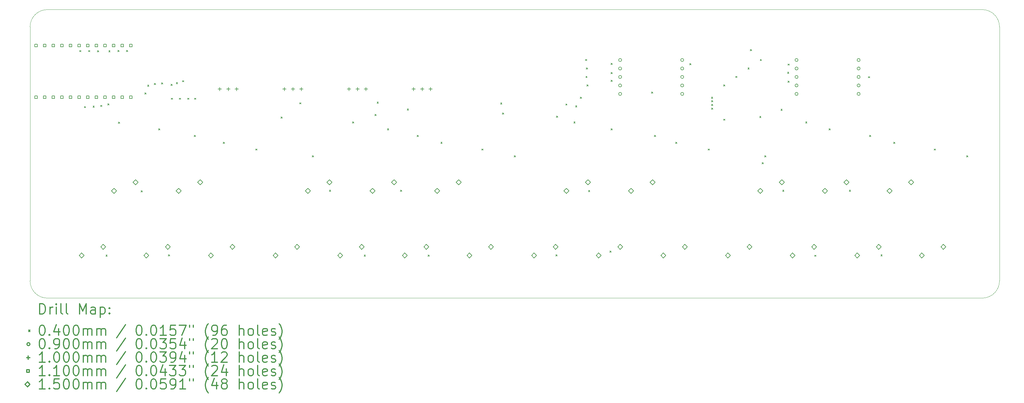
<source format=gbr>
%FSLAX45Y45*%
G04 Gerber Fmt 4.5, Leading zero omitted, Abs format (unit mm)*
G04 Created by KiCad (PCBNEW (5.1.10)-1) date 2021-09-29 18:40:03*
%MOMM*%
%LPD*%
G01*
G04 APERTURE LIST*
%TA.AperFunction,Profile*%
%ADD10C,0.050000*%
%TD*%
%ADD11C,0.200000*%
%ADD12C,0.300000*%
G04 APERTURE END LIST*
D10*
X29210000Y-5397500D02*
X29210000Y-5461000D01*
X29210000Y-5080000D02*
X29210000Y-5397500D01*
X635000Y-5080000D02*
X635000Y-5461000D01*
X28702000Y-4572000D02*
X1143000Y-4572000D01*
X635000Y-5080000D02*
G75*
G02*
X1143000Y-4572000I508000J0D01*
G01*
X29210000Y-5461000D02*
X29210000Y-5969000D01*
X635000Y-12573000D02*
X635000Y-5461000D01*
X29210000Y-12573000D02*
X29210000Y-5969000D01*
X1143000Y-13081000D02*
X28702000Y-13081000D01*
X28702000Y-4572000D02*
G75*
G02*
X29210000Y-5080000I0J-508000D01*
G01*
X29210000Y-12573000D02*
G75*
G02*
X28702000Y-13081000I-508000J0D01*
G01*
X1143000Y-13081000D02*
G75*
G02*
X635000Y-12573000I0J508000D01*
G01*
D11*
X2095000Y-5775000D02*
X2135000Y-5815000D01*
X2135000Y-5775000D02*
X2095000Y-5815000D01*
X2235000Y-7427500D02*
X2275000Y-7467500D01*
X2275000Y-7427500D02*
X2235000Y-7467500D01*
X2357500Y-5775000D02*
X2397500Y-5815000D01*
X2397500Y-5775000D02*
X2357500Y-5815000D01*
X2490000Y-7412500D02*
X2530000Y-7452500D01*
X2530000Y-7412500D02*
X2490000Y-7452500D01*
X2620000Y-5777500D02*
X2660000Y-5817500D01*
X2660000Y-5777500D02*
X2620000Y-5817500D01*
X2715000Y-7392500D02*
X2755000Y-7432500D01*
X2755000Y-7392500D02*
X2715000Y-7432500D01*
X2870000Y-11807500D02*
X2910000Y-11847500D01*
X2910000Y-11807500D02*
X2870000Y-11847500D01*
X2927500Y-7347500D02*
X2967500Y-7387500D01*
X2967500Y-7347500D02*
X2927500Y-7387500D01*
X2955000Y-5780000D02*
X2995000Y-5820000D01*
X2995000Y-5780000D02*
X2955000Y-5820000D01*
X3222500Y-5772500D02*
X3262500Y-5812500D01*
X3262500Y-5772500D02*
X3222500Y-5812500D01*
X3238500Y-7889000D02*
X3278500Y-7929000D01*
X3278500Y-7889000D02*
X3238500Y-7929000D01*
X3472500Y-5772500D02*
X3512500Y-5812500D01*
X3512500Y-5772500D02*
X3472500Y-5812500D01*
X3905000Y-9910000D02*
X3945000Y-9950000D01*
X3945000Y-9910000D02*
X3905000Y-9950000D01*
X4020000Y-7022500D02*
X4060000Y-7062500D01*
X4060000Y-7022500D02*
X4020000Y-7062500D01*
X4097500Y-6797500D02*
X4137500Y-6837500D01*
X4137500Y-6797500D02*
X4097500Y-6837500D01*
X4297500Y-6747500D02*
X4337500Y-6787500D01*
X4337500Y-6747500D02*
X4297500Y-6787500D01*
X4425000Y-8080000D02*
X4465000Y-8120000D01*
X4465000Y-8080000D02*
X4425000Y-8120000D01*
X4510000Y-6725000D02*
X4550000Y-6765000D01*
X4550000Y-6725000D02*
X4510000Y-6765000D01*
X4712500Y-11802500D02*
X4752500Y-11842500D01*
X4752500Y-11802500D02*
X4712500Y-11842500D01*
X4785000Y-6772500D02*
X4825000Y-6812500D01*
X4825000Y-6772500D02*
X4785000Y-6812500D01*
X4797500Y-7180000D02*
X4837500Y-7220000D01*
X4837500Y-7180000D02*
X4797500Y-7220000D01*
X4945000Y-6722500D02*
X4985000Y-6762500D01*
X4985000Y-6722500D02*
X4945000Y-6762500D01*
X5035000Y-7180000D02*
X5075000Y-7220000D01*
X5075000Y-7180000D02*
X5035000Y-7220000D01*
X5125000Y-6665000D02*
X5165000Y-6705000D01*
X5165000Y-6665000D02*
X5125000Y-6705000D01*
X5277500Y-7180000D02*
X5317500Y-7220000D01*
X5317500Y-7180000D02*
X5277500Y-7220000D01*
X5475000Y-8280000D02*
X5515000Y-8320000D01*
X5515000Y-8280000D02*
X5475000Y-8320000D01*
X5482500Y-7180000D02*
X5522500Y-7220000D01*
X5522500Y-7180000D02*
X5482500Y-7220000D01*
X6330000Y-8480000D02*
X6370000Y-8520000D01*
X6370000Y-8480000D02*
X6330000Y-8520000D01*
X7282500Y-8680000D02*
X7322500Y-8720000D01*
X7322500Y-8680000D02*
X7282500Y-8720000D01*
X8030000Y-7735000D02*
X8070000Y-7775000D01*
X8070000Y-7735000D02*
X8030000Y-7775000D01*
X8580000Y-7317500D02*
X8620000Y-7357500D01*
X8620000Y-7317500D02*
X8580000Y-7357500D01*
X8953500Y-8880000D02*
X8993500Y-8920000D01*
X8993500Y-8880000D02*
X8953500Y-8920000D01*
X9457500Y-9892500D02*
X9497500Y-9932500D01*
X9497500Y-9892500D02*
X9457500Y-9932500D01*
X10140000Y-7880000D02*
X10180000Y-7920000D01*
X10180000Y-7880000D02*
X10140000Y-7920000D01*
X10482500Y-11805000D02*
X10522500Y-11845000D01*
X10522500Y-11805000D02*
X10482500Y-11845000D01*
X10800000Y-7660000D02*
X10840000Y-7700000D01*
X10840000Y-7660000D02*
X10800000Y-7700000D01*
X10862500Y-7297500D02*
X10902500Y-7337500D01*
X10902500Y-7297500D02*
X10862500Y-7337500D01*
X11167500Y-8080000D02*
X11207500Y-8120000D01*
X11207500Y-8080000D02*
X11167500Y-8120000D01*
X11552500Y-9892500D02*
X11592500Y-9932500D01*
X11592500Y-9892500D02*
X11552500Y-9932500D01*
X11752500Y-7500000D02*
X11792500Y-7540000D01*
X11792500Y-7500000D02*
X11752500Y-7540000D01*
X12045000Y-8280000D02*
X12085000Y-8320000D01*
X12085000Y-8280000D02*
X12045000Y-8320000D01*
X12365000Y-11805000D02*
X12405000Y-11845000D01*
X12405000Y-11805000D02*
X12365000Y-11845000D01*
X12742500Y-8480000D02*
X12782500Y-8520000D01*
X12782500Y-8480000D02*
X12742500Y-8520000D01*
X13950000Y-8680000D02*
X13990000Y-8720000D01*
X13990000Y-8680000D02*
X13950000Y-8720000D01*
X14502500Y-7322500D02*
X14542500Y-7362500D01*
X14542500Y-7322500D02*
X14502500Y-7362500D01*
X14560000Y-7617500D02*
X14600000Y-7657500D01*
X14600000Y-7617500D02*
X14560000Y-7657500D01*
X14902500Y-8880000D02*
X14942500Y-8920000D01*
X14942500Y-8880000D02*
X14902500Y-8920000D01*
X16130000Y-11800000D02*
X16170000Y-11840000D01*
X16170000Y-11800000D02*
X16130000Y-11840000D01*
X16147500Y-7712500D02*
X16187500Y-7752500D01*
X16187500Y-7712500D02*
X16147500Y-7752500D01*
X16425000Y-7350000D02*
X16465000Y-7390000D01*
X16465000Y-7350000D02*
X16425000Y-7390000D01*
X16662500Y-7880000D02*
X16702500Y-7920000D01*
X16702500Y-7880000D02*
X16662500Y-7920000D01*
X16712500Y-7407500D02*
X16752500Y-7447500D01*
X16752500Y-7407500D02*
X16712500Y-7447500D01*
X16855000Y-7150000D02*
X16895000Y-7190000D01*
X16895000Y-7150000D02*
X16855000Y-7190000D01*
X17005000Y-6038500D02*
X17045000Y-6078500D01*
X17045000Y-6038500D02*
X17005000Y-6078500D01*
X17017500Y-6538500D02*
X17057500Y-6578500D01*
X17057500Y-6538500D02*
X17017500Y-6578500D01*
X17027500Y-6288500D02*
X17067500Y-6328500D01*
X17067500Y-6288500D02*
X17027500Y-6328500D01*
X17047500Y-6788500D02*
X17087500Y-6828500D01*
X17087500Y-6788500D02*
X17047500Y-6828500D01*
X17095000Y-9900000D02*
X17135000Y-9940000D01*
X17135000Y-9900000D02*
X17095000Y-9940000D01*
X17727500Y-11690000D02*
X17767500Y-11730000D01*
X17767500Y-11690000D02*
X17727500Y-11730000D01*
X17757500Y-6650000D02*
X17797500Y-6690000D01*
X17797500Y-6650000D02*
X17757500Y-6690000D01*
X17760000Y-6150000D02*
X17800000Y-6190000D01*
X17800000Y-6150000D02*
X17760000Y-6190000D01*
X17760000Y-6425000D02*
X17800000Y-6465000D01*
X17800000Y-6425000D02*
X17760000Y-6465000D01*
X17760000Y-8080000D02*
X17800000Y-8120000D01*
X17800000Y-8080000D02*
X17760000Y-8120000D01*
X18950000Y-6997500D02*
X18990000Y-7037500D01*
X18990000Y-6997500D02*
X18950000Y-7037500D01*
X19035000Y-8280000D02*
X19075000Y-8320000D01*
X19075000Y-8280000D02*
X19035000Y-8320000D01*
X19665000Y-8480000D02*
X19705000Y-8520000D01*
X19705000Y-8480000D02*
X19665000Y-8520000D01*
X20080000Y-6162500D02*
X20120000Y-6202500D01*
X20120000Y-6162500D02*
X20080000Y-6202500D01*
X20617500Y-8680000D02*
X20657500Y-8720000D01*
X20657500Y-8680000D02*
X20617500Y-8720000D01*
X20716750Y-7149250D02*
X20756750Y-7189250D01*
X20756750Y-7149250D02*
X20716750Y-7189250D01*
X20720400Y-7360400D02*
X20760400Y-7400400D01*
X20760400Y-7360400D02*
X20720400Y-7400400D01*
X20721750Y-7251750D02*
X20761750Y-7291750D01*
X20761750Y-7251750D02*
X20721750Y-7291750D01*
X20721750Y-7474250D02*
X20761750Y-7514250D01*
X20761750Y-7474250D02*
X20721750Y-7514250D01*
X21077500Y-6788500D02*
X21117500Y-6828500D01*
X21117500Y-6788500D02*
X21077500Y-6828500D01*
X21080000Y-7800000D02*
X21120000Y-7840000D01*
X21120000Y-7800000D02*
X21080000Y-7840000D01*
X21435000Y-6538500D02*
X21475000Y-6578500D01*
X21475000Y-6538500D02*
X21435000Y-6578500D01*
X21794000Y-6288500D02*
X21834000Y-6328500D01*
X21834000Y-6288500D02*
X21794000Y-6328500D01*
X21862500Y-5745000D02*
X21902500Y-5785000D01*
X21902500Y-5745000D02*
X21862500Y-5785000D01*
X22140000Y-7721005D02*
X22180000Y-7761005D01*
X22180000Y-7721005D02*
X22140000Y-7761005D01*
X22157500Y-6038500D02*
X22197500Y-6078500D01*
X22197500Y-6038500D02*
X22157500Y-6078500D01*
X22215000Y-9082500D02*
X22255000Y-9122500D01*
X22255000Y-9082500D02*
X22215000Y-9122500D01*
X22288500Y-8880000D02*
X22328500Y-8920000D01*
X22328500Y-8880000D02*
X22288500Y-8920000D01*
X22767500Y-7510000D02*
X22807500Y-7550000D01*
X22807500Y-7510000D02*
X22767500Y-7550000D01*
X22817500Y-9892500D02*
X22857500Y-9932500D01*
X22857500Y-9892500D02*
X22817500Y-9932500D01*
X22962500Y-6415000D02*
X23002500Y-6455000D01*
X23002500Y-6415000D02*
X22962500Y-6455000D01*
X22972500Y-6172500D02*
X23012500Y-6212500D01*
X23012500Y-6172500D02*
X22972500Y-6212500D01*
X22975000Y-6680000D02*
X23015000Y-6720000D01*
X23015000Y-6680000D02*
X22975000Y-6720000D01*
X23495000Y-7880000D02*
X23535000Y-7920000D01*
X23535000Y-7880000D02*
X23495000Y-7920000D01*
X23762500Y-11812500D02*
X23802500Y-11852500D01*
X23802500Y-11812500D02*
X23762500Y-11852500D01*
X24187500Y-8080000D02*
X24227500Y-8120000D01*
X24227500Y-8080000D02*
X24187500Y-8120000D01*
X24782500Y-9895000D02*
X24822500Y-9935000D01*
X24822500Y-9895000D02*
X24782500Y-9935000D01*
X25345000Y-6545000D02*
X25385000Y-6585000D01*
X25385000Y-6545000D02*
X25345000Y-6585000D01*
X25380000Y-8280000D02*
X25420000Y-8320000D01*
X25420000Y-8280000D02*
X25380000Y-8320000D01*
X25712500Y-11800000D02*
X25752500Y-11840000D01*
X25752500Y-11800000D02*
X25712500Y-11840000D01*
X26092500Y-8480000D02*
X26132500Y-8520000D01*
X26132500Y-8480000D02*
X26092500Y-8520000D01*
X27285000Y-8680000D02*
X27325000Y-8720000D01*
X27325000Y-8680000D02*
X27285000Y-8720000D01*
X28237500Y-8880000D02*
X28277500Y-8920000D01*
X28277500Y-8880000D02*
X28237500Y-8920000D01*
X18072500Y-6058500D02*
G75*
G03*
X18072500Y-6058500I-45000J0D01*
G01*
X18072500Y-6308500D02*
G75*
G03*
X18072500Y-6308500I-45000J0D01*
G01*
X18072500Y-6558500D02*
G75*
G03*
X18072500Y-6558500I-45000J0D01*
G01*
X18072500Y-6808500D02*
G75*
G03*
X18072500Y-6808500I-45000J0D01*
G01*
X18072500Y-7058500D02*
G75*
G03*
X18072500Y-7058500I-45000J0D01*
G01*
X19902500Y-6058500D02*
G75*
G03*
X19902500Y-6058500I-45000J0D01*
G01*
X19902500Y-6308500D02*
G75*
G03*
X19902500Y-6308500I-45000J0D01*
G01*
X19902500Y-6558500D02*
G75*
G03*
X19902500Y-6558500I-45000J0D01*
G01*
X19902500Y-6808500D02*
G75*
G03*
X19902500Y-6808500I-45000J0D01*
G01*
X19902500Y-7058500D02*
G75*
G03*
X19902500Y-7058500I-45000J0D01*
G01*
X23272500Y-6058500D02*
G75*
G03*
X23272500Y-6058500I-45000J0D01*
G01*
X23272500Y-6308500D02*
G75*
G03*
X23272500Y-6308500I-45000J0D01*
G01*
X23272500Y-6558500D02*
G75*
G03*
X23272500Y-6558500I-45000J0D01*
G01*
X23272500Y-6808500D02*
G75*
G03*
X23272500Y-6808500I-45000J0D01*
G01*
X23272500Y-7058500D02*
G75*
G03*
X23272500Y-7058500I-45000J0D01*
G01*
X25102500Y-6058500D02*
G75*
G03*
X25102500Y-6058500I-45000J0D01*
G01*
X25102500Y-6308500D02*
G75*
G03*
X25102500Y-6308500I-45000J0D01*
G01*
X25102500Y-6558500D02*
G75*
G03*
X25102500Y-6558500I-45000J0D01*
G01*
X25102500Y-6808500D02*
G75*
G03*
X25102500Y-6808500I-45000J0D01*
G01*
X25102500Y-7058500D02*
G75*
G03*
X25102500Y-7058500I-45000J0D01*
G01*
X6227500Y-6863500D02*
X6227500Y-6963500D01*
X6177500Y-6913500D02*
X6277500Y-6913500D01*
X6477500Y-6863500D02*
X6477500Y-6963500D01*
X6427500Y-6913500D02*
X6527500Y-6913500D01*
X6727500Y-6863500D02*
X6727500Y-6963500D01*
X6677500Y-6913500D02*
X6777500Y-6913500D01*
X8132500Y-6863500D02*
X8132500Y-6963500D01*
X8082500Y-6913500D02*
X8182500Y-6913500D01*
X8382500Y-6863500D02*
X8382500Y-6963500D01*
X8332500Y-6913500D02*
X8432500Y-6913500D01*
X8632500Y-6863500D02*
X8632500Y-6963500D01*
X8582500Y-6913500D02*
X8682500Y-6913500D01*
X10037500Y-6863500D02*
X10037500Y-6963500D01*
X9987500Y-6913500D02*
X10087500Y-6913500D01*
X10287500Y-6863500D02*
X10287500Y-6963500D01*
X10237500Y-6913500D02*
X10337500Y-6913500D01*
X10537500Y-6863500D02*
X10537500Y-6963500D01*
X10487500Y-6913500D02*
X10587500Y-6913500D01*
X11942500Y-6863500D02*
X11942500Y-6963500D01*
X11892500Y-6913500D02*
X11992500Y-6913500D01*
X12192500Y-6863500D02*
X12192500Y-6963500D01*
X12142500Y-6913500D02*
X12242500Y-6913500D01*
X12442500Y-6863500D02*
X12442500Y-6963500D01*
X12392500Y-6913500D02*
X12492500Y-6913500D01*
X852391Y-5669891D02*
X852391Y-5592109D01*
X774609Y-5592109D01*
X774609Y-5669891D01*
X852391Y-5669891D01*
X852391Y-7193891D02*
X852391Y-7116109D01*
X774609Y-7116109D01*
X774609Y-7193891D01*
X852391Y-7193891D01*
X1106391Y-5669891D02*
X1106391Y-5592109D01*
X1028609Y-5592109D01*
X1028609Y-5669891D01*
X1106391Y-5669891D01*
X1106391Y-7193891D02*
X1106391Y-7116109D01*
X1028609Y-7116109D01*
X1028609Y-7193891D01*
X1106391Y-7193891D01*
X1360391Y-5669891D02*
X1360391Y-5592109D01*
X1282609Y-5592109D01*
X1282609Y-5669891D01*
X1360391Y-5669891D01*
X1360391Y-7193891D02*
X1360391Y-7116109D01*
X1282609Y-7116109D01*
X1282609Y-7193891D01*
X1360391Y-7193891D01*
X1614391Y-5669891D02*
X1614391Y-5592109D01*
X1536609Y-5592109D01*
X1536609Y-5669891D01*
X1614391Y-5669891D01*
X1614391Y-7193891D02*
X1614391Y-7116109D01*
X1536609Y-7116109D01*
X1536609Y-7193891D01*
X1614391Y-7193891D01*
X1868391Y-5669891D02*
X1868391Y-5592109D01*
X1790609Y-5592109D01*
X1790609Y-5669891D01*
X1868391Y-5669891D01*
X1868391Y-7193891D02*
X1868391Y-7116109D01*
X1790609Y-7116109D01*
X1790609Y-7193891D01*
X1868391Y-7193891D01*
X2122391Y-5669891D02*
X2122391Y-5592109D01*
X2044609Y-5592109D01*
X2044609Y-5669891D01*
X2122391Y-5669891D01*
X2122391Y-7193891D02*
X2122391Y-7116109D01*
X2044609Y-7116109D01*
X2044609Y-7193891D01*
X2122391Y-7193891D01*
X2376391Y-5669891D02*
X2376391Y-5592109D01*
X2298609Y-5592109D01*
X2298609Y-5669891D01*
X2376391Y-5669891D01*
X2376391Y-7193891D02*
X2376391Y-7116109D01*
X2298609Y-7116109D01*
X2298609Y-7193891D01*
X2376391Y-7193891D01*
X2630391Y-5669891D02*
X2630391Y-5592109D01*
X2552609Y-5592109D01*
X2552609Y-5669891D01*
X2630391Y-5669891D01*
X2630391Y-7193891D02*
X2630391Y-7116109D01*
X2552609Y-7116109D01*
X2552609Y-7193891D01*
X2630391Y-7193891D01*
X2884391Y-5669891D02*
X2884391Y-5592109D01*
X2806609Y-5592109D01*
X2806609Y-5669891D01*
X2884391Y-5669891D01*
X2884391Y-7193891D02*
X2884391Y-7116109D01*
X2806609Y-7116109D01*
X2806609Y-7193891D01*
X2884391Y-7193891D01*
X3138391Y-5669891D02*
X3138391Y-5592109D01*
X3060609Y-5592109D01*
X3060609Y-5669891D01*
X3138391Y-5669891D01*
X3138391Y-7193891D02*
X3138391Y-7116109D01*
X3060609Y-7116109D01*
X3060609Y-7193891D01*
X3138391Y-7193891D01*
X3392391Y-5669891D02*
X3392391Y-5592109D01*
X3314609Y-5592109D01*
X3314609Y-5669891D01*
X3392391Y-5669891D01*
X3392391Y-7193891D02*
X3392391Y-7116109D01*
X3314609Y-7116109D01*
X3314609Y-7193891D01*
X3392391Y-7193891D01*
X3646391Y-5669891D02*
X3646391Y-5592109D01*
X3568609Y-5592109D01*
X3568609Y-5669891D01*
X3646391Y-5669891D01*
X3646391Y-7193891D02*
X3646391Y-7116109D01*
X3568609Y-7116109D01*
X3568609Y-7193891D01*
X3646391Y-7193891D01*
X2157500Y-11896000D02*
X2232500Y-11821000D01*
X2157500Y-11746000D01*
X2082500Y-11821000D01*
X2157500Y-11896000D01*
X2792500Y-11642000D02*
X2867500Y-11567000D01*
X2792500Y-11492000D01*
X2717500Y-11567000D01*
X2792500Y-11642000D01*
X3110000Y-9991000D02*
X3185000Y-9916000D01*
X3110000Y-9841000D01*
X3035000Y-9916000D01*
X3110000Y-9991000D01*
X3745000Y-9737000D02*
X3820000Y-9662000D01*
X3745000Y-9587000D01*
X3670000Y-9662000D01*
X3745000Y-9737000D01*
X4062500Y-11896000D02*
X4137500Y-11821000D01*
X4062500Y-11746000D01*
X3987500Y-11821000D01*
X4062500Y-11896000D01*
X4697500Y-11642000D02*
X4772500Y-11567000D01*
X4697500Y-11492000D01*
X4622500Y-11567000D01*
X4697500Y-11642000D01*
X5015000Y-9991000D02*
X5090000Y-9916000D01*
X5015000Y-9841000D01*
X4940000Y-9916000D01*
X5015000Y-9991000D01*
X5650000Y-9737000D02*
X5725000Y-9662000D01*
X5650000Y-9587000D01*
X5575000Y-9662000D01*
X5650000Y-9737000D01*
X5967500Y-11896000D02*
X6042500Y-11821000D01*
X5967500Y-11746000D01*
X5892500Y-11821000D01*
X5967500Y-11896000D01*
X6602500Y-11642000D02*
X6677500Y-11567000D01*
X6602500Y-11492000D01*
X6527500Y-11567000D01*
X6602500Y-11642000D01*
X7872500Y-11896000D02*
X7947500Y-11821000D01*
X7872500Y-11746000D01*
X7797500Y-11821000D01*
X7872500Y-11896000D01*
X8507500Y-11642000D02*
X8582500Y-11567000D01*
X8507500Y-11492000D01*
X8432500Y-11567000D01*
X8507500Y-11642000D01*
X8825000Y-9991000D02*
X8900000Y-9916000D01*
X8825000Y-9841000D01*
X8750000Y-9916000D01*
X8825000Y-9991000D01*
X9460000Y-9737000D02*
X9535000Y-9662000D01*
X9460000Y-9587000D01*
X9385000Y-9662000D01*
X9460000Y-9737000D01*
X9777500Y-11896000D02*
X9852500Y-11821000D01*
X9777500Y-11746000D01*
X9702500Y-11821000D01*
X9777500Y-11896000D01*
X10412500Y-11642000D02*
X10487500Y-11567000D01*
X10412500Y-11492000D01*
X10337500Y-11567000D01*
X10412500Y-11642000D01*
X10730000Y-9991000D02*
X10805000Y-9916000D01*
X10730000Y-9841000D01*
X10655000Y-9916000D01*
X10730000Y-9991000D01*
X11365000Y-9737000D02*
X11440000Y-9662000D01*
X11365000Y-9587000D01*
X11290000Y-9662000D01*
X11365000Y-9737000D01*
X11682500Y-11896000D02*
X11757500Y-11821000D01*
X11682500Y-11746000D01*
X11607500Y-11821000D01*
X11682500Y-11896000D01*
X12317500Y-11642000D02*
X12392500Y-11567000D01*
X12317500Y-11492000D01*
X12242500Y-11567000D01*
X12317500Y-11642000D01*
X12635000Y-9991000D02*
X12710000Y-9916000D01*
X12635000Y-9841000D01*
X12560000Y-9916000D01*
X12635000Y-9991000D01*
X13270000Y-9737000D02*
X13345000Y-9662000D01*
X13270000Y-9587000D01*
X13195000Y-9662000D01*
X13270000Y-9737000D01*
X13587500Y-11896000D02*
X13662500Y-11821000D01*
X13587500Y-11746000D01*
X13512500Y-11821000D01*
X13587500Y-11896000D01*
X14222500Y-11642000D02*
X14297500Y-11567000D01*
X14222500Y-11492000D01*
X14147500Y-11567000D01*
X14222500Y-11642000D01*
X15492500Y-11896000D02*
X15567500Y-11821000D01*
X15492500Y-11746000D01*
X15417500Y-11821000D01*
X15492500Y-11896000D01*
X16127500Y-11642000D02*
X16202500Y-11567000D01*
X16127500Y-11492000D01*
X16052500Y-11567000D01*
X16127500Y-11642000D01*
X16445000Y-9991000D02*
X16520000Y-9916000D01*
X16445000Y-9841000D01*
X16370000Y-9916000D01*
X16445000Y-9991000D01*
X17080000Y-9737000D02*
X17155000Y-9662000D01*
X17080000Y-9587000D01*
X17005000Y-9662000D01*
X17080000Y-9737000D01*
X17397500Y-11896000D02*
X17472500Y-11821000D01*
X17397500Y-11746000D01*
X17322500Y-11821000D01*
X17397500Y-11896000D01*
X18032500Y-11642000D02*
X18107500Y-11567000D01*
X18032500Y-11492000D01*
X17957500Y-11567000D01*
X18032500Y-11642000D01*
X18350000Y-9991000D02*
X18425000Y-9916000D01*
X18350000Y-9841000D01*
X18275000Y-9916000D01*
X18350000Y-9991000D01*
X18985000Y-9737000D02*
X19060000Y-9662000D01*
X18985000Y-9587000D01*
X18910000Y-9662000D01*
X18985000Y-9737000D01*
X19302500Y-11896000D02*
X19377500Y-11821000D01*
X19302500Y-11746000D01*
X19227500Y-11821000D01*
X19302500Y-11896000D01*
X19937500Y-11642000D02*
X20012500Y-11567000D01*
X19937500Y-11492000D01*
X19862500Y-11567000D01*
X19937500Y-11642000D01*
X21207500Y-11896000D02*
X21282500Y-11821000D01*
X21207500Y-11746000D01*
X21132500Y-11821000D01*
X21207500Y-11896000D01*
X21842500Y-11642000D02*
X21917500Y-11567000D01*
X21842500Y-11492000D01*
X21767500Y-11567000D01*
X21842500Y-11642000D01*
X22160000Y-9991000D02*
X22235000Y-9916000D01*
X22160000Y-9841000D01*
X22085000Y-9916000D01*
X22160000Y-9991000D01*
X22795000Y-9737000D02*
X22870000Y-9662000D01*
X22795000Y-9587000D01*
X22720000Y-9662000D01*
X22795000Y-9737000D01*
X23112500Y-11896000D02*
X23187500Y-11821000D01*
X23112500Y-11746000D01*
X23037500Y-11821000D01*
X23112500Y-11896000D01*
X23747500Y-11642000D02*
X23822500Y-11567000D01*
X23747500Y-11492000D01*
X23672500Y-11567000D01*
X23747500Y-11642000D01*
X24065000Y-9991000D02*
X24140000Y-9916000D01*
X24065000Y-9841000D01*
X23990000Y-9916000D01*
X24065000Y-9991000D01*
X24700000Y-9737000D02*
X24775000Y-9662000D01*
X24700000Y-9587000D01*
X24625000Y-9662000D01*
X24700000Y-9737000D01*
X25017500Y-11896000D02*
X25092500Y-11821000D01*
X25017500Y-11746000D01*
X24942500Y-11821000D01*
X25017500Y-11896000D01*
X25652500Y-11642000D02*
X25727500Y-11567000D01*
X25652500Y-11492000D01*
X25577500Y-11567000D01*
X25652500Y-11642000D01*
X25970000Y-9991000D02*
X26045000Y-9916000D01*
X25970000Y-9841000D01*
X25895000Y-9916000D01*
X25970000Y-9991000D01*
X26605000Y-9737000D02*
X26680000Y-9662000D01*
X26605000Y-9587000D01*
X26530000Y-9662000D01*
X26605000Y-9737000D01*
X26922500Y-11896000D02*
X26997500Y-11821000D01*
X26922500Y-11746000D01*
X26847500Y-11821000D01*
X26922500Y-11896000D01*
X27557500Y-11642000D02*
X27632500Y-11567000D01*
X27557500Y-11492000D01*
X27482500Y-11567000D01*
X27557500Y-11642000D01*
D12*
X918928Y-13549214D02*
X918928Y-13249214D01*
X990357Y-13249214D01*
X1033214Y-13263500D01*
X1061786Y-13292071D01*
X1076071Y-13320643D01*
X1090357Y-13377786D01*
X1090357Y-13420643D01*
X1076071Y-13477786D01*
X1061786Y-13506357D01*
X1033214Y-13534929D01*
X990357Y-13549214D01*
X918928Y-13549214D01*
X1218928Y-13549214D02*
X1218928Y-13349214D01*
X1218928Y-13406357D02*
X1233214Y-13377786D01*
X1247500Y-13363500D01*
X1276071Y-13349214D01*
X1304643Y-13349214D01*
X1404643Y-13549214D02*
X1404643Y-13349214D01*
X1404643Y-13249214D02*
X1390357Y-13263500D01*
X1404643Y-13277786D01*
X1418928Y-13263500D01*
X1404643Y-13249214D01*
X1404643Y-13277786D01*
X1590357Y-13549214D02*
X1561786Y-13534929D01*
X1547500Y-13506357D01*
X1547500Y-13249214D01*
X1747500Y-13549214D02*
X1718928Y-13534929D01*
X1704643Y-13506357D01*
X1704643Y-13249214D01*
X2090357Y-13549214D02*
X2090357Y-13249214D01*
X2190357Y-13463500D01*
X2290357Y-13249214D01*
X2290357Y-13549214D01*
X2561786Y-13549214D02*
X2561786Y-13392071D01*
X2547500Y-13363500D01*
X2518928Y-13349214D01*
X2461786Y-13349214D01*
X2433214Y-13363500D01*
X2561786Y-13534929D02*
X2533214Y-13549214D01*
X2461786Y-13549214D01*
X2433214Y-13534929D01*
X2418928Y-13506357D01*
X2418928Y-13477786D01*
X2433214Y-13449214D01*
X2461786Y-13434929D01*
X2533214Y-13434929D01*
X2561786Y-13420643D01*
X2704643Y-13349214D02*
X2704643Y-13649214D01*
X2704643Y-13363500D02*
X2733214Y-13349214D01*
X2790357Y-13349214D01*
X2818928Y-13363500D01*
X2833214Y-13377786D01*
X2847500Y-13406357D01*
X2847500Y-13492071D01*
X2833214Y-13520643D01*
X2818928Y-13534929D01*
X2790357Y-13549214D01*
X2733214Y-13549214D01*
X2704643Y-13534929D01*
X2976071Y-13520643D02*
X2990357Y-13534929D01*
X2976071Y-13549214D01*
X2961786Y-13534929D01*
X2976071Y-13520643D01*
X2976071Y-13549214D01*
X2976071Y-13363500D02*
X2990357Y-13377786D01*
X2976071Y-13392071D01*
X2961786Y-13377786D01*
X2976071Y-13363500D01*
X2976071Y-13392071D01*
X592500Y-14023500D02*
X632500Y-14063500D01*
X632500Y-14023500D02*
X592500Y-14063500D01*
X976071Y-13879214D02*
X1004643Y-13879214D01*
X1033214Y-13893500D01*
X1047500Y-13907786D01*
X1061786Y-13936357D01*
X1076071Y-13993500D01*
X1076071Y-14064929D01*
X1061786Y-14122071D01*
X1047500Y-14150643D01*
X1033214Y-14164929D01*
X1004643Y-14179214D01*
X976071Y-14179214D01*
X947500Y-14164929D01*
X933214Y-14150643D01*
X918928Y-14122071D01*
X904643Y-14064929D01*
X904643Y-13993500D01*
X918928Y-13936357D01*
X933214Y-13907786D01*
X947500Y-13893500D01*
X976071Y-13879214D01*
X1204643Y-14150643D02*
X1218928Y-14164929D01*
X1204643Y-14179214D01*
X1190357Y-14164929D01*
X1204643Y-14150643D01*
X1204643Y-14179214D01*
X1476071Y-13979214D02*
X1476071Y-14179214D01*
X1404643Y-13864929D02*
X1333214Y-14079214D01*
X1518928Y-14079214D01*
X1690357Y-13879214D02*
X1718928Y-13879214D01*
X1747500Y-13893500D01*
X1761786Y-13907786D01*
X1776071Y-13936357D01*
X1790357Y-13993500D01*
X1790357Y-14064929D01*
X1776071Y-14122071D01*
X1761786Y-14150643D01*
X1747500Y-14164929D01*
X1718928Y-14179214D01*
X1690357Y-14179214D01*
X1661786Y-14164929D01*
X1647500Y-14150643D01*
X1633214Y-14122071D01*
X1618928Y-14064929D01*
X1618928Y-13993500D01*
X1633214Y-13936357D01*
X1647500Y-13907786D01*
X1661786Y-13893500D01*
X1690357Y-13879214D01*
X1976071Y-13879214D02*
X2004643Y-13879214D01*
X2033214Y-13893500D01*
X2047500Y-13907786D01*
X2061786Y-13936357D01*
X2076071Y-13993500D01*
X2076071Y-14064929D01*
X2061786Y-14122071D01*
X2047500Y-14150643D01*
X2033214Y-14164929D01*
X2004643Y-14179214D01*
X1976071Y-14179214D01*
X1947500Y-14164929D01*
X1933214Y-14150643D01*
X1918928Y-14122071D01*
X1904643Y-14064929D01*
X1904643Y-13993500D01*
X1918928Y-13936357D01*
X1933214Y-13907786D01*
X1947500Y-13893500D01*
X1976071Y-13879214D01*
X2204643Y-14179214D02*
X2204643Y-13979214D01*
X2204643Y-14007786D02*
X2218928Y-13993500D01*
X2247500Y-13979214D01*
X2290357Y-13979214D01*
X2318928Y-13993500D01*
X2333214Y-14022071D01*
X2333214Y-14179214D01*
X2333214Y-14022071D02*
X2347500Y-13993500D01*
X2376071Y-13979214D01*
X2418928Y-13979214D01*
X2447500Y-13993500D01*
X2461786Y-14022071D01*
X2461786Y-14179214D01*
X2604643Y-14179214D02*
X2604643Y-13979214D01*
X2604643Y-14007786D02*
X2618928Y-13993500D01*
X2647500Y-13979214D01*
X2690357Y-13979214D01*
X2718928Y-13993500D01*
X2733214Y-14022071D01*
X2733214Y-14179214D01*
X2733214Y-14022071D02*
X2747500Y-13993500D01*
X2776071Y-13979214D01*
X2818928Y-13979214D01*
X2847500Y-13993500D01*
X2861786Y-14022071D01*
X2861786Y-14179214D01*
X3447500Y-13864929D02*
X3190357Y-14250643D01*
X3833214Y-13879214D02*
X3861786Y-13879214D01*
X3890357Y-13893500D01*
X3904643Y-13907786D01*
X3918928Y-13936357D01*
X3933214Y-13993500D01*
X3933214Y-14064929D01*
X3918928Y-14122071D01*
X3904643Y-14150643D01*
X3890357Y-14164929D01*
X3861786Y-14179214D01*
X3833214Y-14179214D01*
X3804643Y-14164929D01*
X3790357Y-14150643D01*
X3776071Y-14122071D01*
X3761786Y-14064929D01*
X3761786Y-13993500D01*
X3776071Y-13936357D01*
X3790357Y-13907786D01*
X3804643Y-13893500D01*
X3833214Y-13879214D01*
X4061786Y-14150643D02*
X4076071Y-14164929D01*
X4061786Y-14179214D01*
X4047500Y-14164929D01*
X4061786Y-14150643D01*
X4061786Y-14179214D01*
X4261786Y-13879214D02*
X4290357Y-13879214D01*
X4318928Y-13893500D01*
X4333214Y-13907786D01*
X4347500Y-13936357D01*
X4361786Y-13993500D01*
X4361786Y-14064929D01*
X4347500Y-14122071D01*
X4333214Y-14150643D01*
X4318928Y-14164929D01*
X4290357Y-14179214D01*
X4261786Y-14179214D01*
X4233214Y-14164929D01*
X4218928Y-14150643D01*
X4204643Y-14122071D01*
X4190357Y-14064929D01*
X4190357Y-13993500D01*
X4204643Y-13936357D01*
X4218928Y-13907786D01*
X4233214Y-13893500D01*
X4261786Y-13879214D01*
X4647500Y-14179214D02*
X4476071Y-14179214D01*
X4561786Y-14179214D02*
X4561786Y-13879214D01*
X4533214Y-13922071D01*
X4504643Y-13950643D01*
X4476071Y-13964929D01*
X4918928Y-13879214D02*
X4776071Y-13879214D01*
X4761786Y-14022071D01*
X4776071Y-14007786D01*
X4804643Y-13993500D01*
X4876071Y-13993500D01*
X4904643Y-14007786D01*
X4918928Y-14022071D01*
X4933214Y-14050643D01*
X4933214Y-14122071D01*
X4918928Y-14150643D01*
X4904643Y-14164929D01*
X4876071Y-14179214D01*
X4804643Y-14179214D01*
X4776071Y-14164929D01*
X4761786Y-14150643D01*
X5033214Y-13879214D02*
X5233214Y-13879214D01*
X5104643Y-14179214D01*
X5333214Y-13879214D02*
X5333214Y-13936357D01*
X5447500Y-13879214D02*
X5447500Y-13936357D01*
X5890357Y-14293500D02*
X5876071Y-14279214D01*
X5847500Y-14236357D01*
X5833214Y-14207786D01*
X5818928Y-14164929D01*
X5804643Y-14093500D01*
X5804643Y-14036357D01*
X5818928Y-13964929D01*
X5833214Y-13922071D01*
X5847500Y-13893500D01*
X5876071Y-13850643D01*
X5890357Y-13836357D01*
X6018928Y-14179214D02*
X6076071Y-14179214D01*
X6104643Y-14164929D01*
X6118928Y-14150643D01*
X6147500Y-14107786D01*
X6161786Y-14050643D01*
X6161786Y-13936357D01*
X6147500Y-13907786D01*
X6133214Y-13893500D01*
X6104643Y-13879214D01*
X6047500Y-13879214D01*
X6018928Y-13893500D01*
X6004643Y-13907786D01*
X5990357Y-13936357D01*
X5990357Y-14007786D01*
X6004643Y-14036357D01*
X6018928Y-14050643D01*
X6047500Y-14064929D01*
X6104643Y-14064929D01*
X6133214Y-14050643D01*
X6147500Y-14036357D01*
X6161786Y-14007786D01*
X6418928Y-13879214D02*
X6361786Y-13879214D01*
X6333214Y-13893500D01*
X6318928Y-13907786D01*
X6290357Y-13950643D01*
X6276071Y-14007786D01*
X6276071Y-14122071D01*
X6290357Y-14150643D01*
X6304643Y-14164929D01*
X6333214Y-14179214D01*
X6390357Y-14179214D01*
X6418928Y-14164929D01*
X6433214Y-14150643D01*
X6447500Y-14122071D01*
X6447500Y-14050643D01*
X6433214Y-14022071D01*
X6418928Y-14007786D01*
X6390357Y-13993500D01*
X6333214Y-13993500D01*
X6304643Y-14007786D01*
X6290357Y-14022071D01*
X6276071Y-14050643D01*
X6804643Y-14179214D02*
X6804643Y-13879214D01*
X6933214Y-14179214D02*
X6933214Y-14022071D01*
X6918928Y-13993500D01*
X6890357Y-13979214D01*
X6847500Y-13979214D01*
X6818928Y-13993500D01*
X6804643Y-14007786D01*
X7118928Y-14179214D02*
X7090357Y-14164929D01*
X7076071Y-14150643D01*
X7061786Y-14122071D01*
X7061786Y-14036357D01*
X7076071Y-14007786D01*
X7090357Y-13993500D01*
X7118928Y-13979214D01*
X7161786Y-13979214D01*
X7190357Y-13993500D01*
X7204643Y-14007786D01*
X7218928Y-14036357D01*
X7218928Y-14122071D01*
X7204643Y-14150643D01*
X7190357Y-14164929D01*
X7161786Y-14179214D01*
X7118928Y-14179214D01*
X7390357Y-14179214D02*
X7361786Y-14164929D01*
X7347500Y-14136357D01*
X7347500Y-13879214D01*
X7618928Y-14164929D02*
X7590357Y-14179214D01*
X7533214Y-14179214D01*
X7504643Y-14164929D01*
X7490357Y-14136357D01*
X7490357Y-14022071D01*
X7504643Y-13993500D01*
X7533214Y-13979214D01*
X7590357Y-13979214D01*
X7618928Y-13993500D01*
X7633214Y-14022071D01*
X7633214Y-14050643D01*
X7490357Y-14079214D01*
X7747500Y-14164929D02*
X7776071Y-14179214D01*
X7833214Y-14179214D01*
X7861786Y-14164929D01*
X7876071Y-14136357D01*
X7876071Y-14122071D01*
X7861786Y-14093500D01*
X7833214Y-14079214D01*
X7790357Y-14079214D01*
X7761786Y-14064929D01*
X7747500Y-14036357D01*
X7747500Y-14022071D01*
X7761786Y-13993500D01*
X7790357Y-13979214D01*
X7833214Y-13979214D01*
X7861786Y-13993500D01*
X7976071Y-14293500D02*
X7990357Y-14279214D01*
X8018928Y-14236357D01*
X8033214Y-14207786D01*
X8047500Y-14164929D01*
X8061786Y-14093500D01*
X8061786Y-14036357D01*
X8047500Y-13964929D01*
X8033214Y-13922071D01*
X8018928Y-13893500D01*
X7990357Y-13850643D01*
X7976071Y-13836357D01*
X632500Y-14439500D02*
G75*
G03*
X632500Y-14439500I-45000J0D01*
G01*
X976071Y-14275214D02*
X1004643Y-14275214D01*
X1033214Y-14289500D01*
X1047500Y-14303786D01*
X1061786Y-14332357D01*
X1076071Y-14389500D01*
X1076071Y-14460929D01*
X1061786Y-14518071D01*
X1047500Y-14546643D01*
X1033214Y-14560929D01*
X1004643Y-14575214D01*
X976071Y-14575214D01*
X947500Y-14560929D01*
X933214Y-14546643D01*
X918928Y-14518071D01*
X904643Y-14460929D01*
X904643Y-14389500D01*
X918928Y-14332357D01*
X933214Y-14303786D01*
X947500Y-14289500D01*
X976071Y-14275214D01*
X1204643Y-14546643D02*
X1218928Y-14560929D01*
X1204643Y-14575214D01*
X1190357Y-14560929D01*
X1204643Y-14546643D01*
X1204643Y-14575214D01*
X1361786Y-14575214D02*
X1418928Y-14575214D01*
X1447500Y-14560929D01*
X1461786Y-14546643D01*
X1490357Y-14503786D01*
X1504643Y-14446643D01*
X1504643Y-14332357D01*
X1490357Y-14303786D01*
X1476071Y-14289500D01*
X1447500Y-14275214D01*
X1390357Y-14275214D01*
X1361786Y-14289500D01*
X1347500Y-14303786D01*
X1333214Y-14332357D01*
X1333214Y-14403786D01*
X1347500Y-14432357D01*
X1361786Y-14446643D01*
X1390357Y-14460929D01*
X1447500Y-14460929D01*
X1476071Y-14446643D01*
X1490357Y-14432357D01*
X1504643Y-14403786D01*
X1690357Y-14275214D02*
X1718928Y-14275214D01*
X1747500Y-14289500D01*
X1761786Y-14303786D01*
X1776071Y-14332357D01*
X1790357Y-14389500D01*
X1790357Y-14460929D01*
X1776071Y-14518071D01*
X1761786Y-14546643D01*
X1747500Y-14560929D01*
X1718928Y-14575214D01*
X1690357Y-14575214D01*
X1661786Y-14560929D01*
X1647500Y-14546643D01*
X1633214Y-14518071D01*
X1618928Y-14460929D01*
X1618928Y-14389500D01*
X1633214Y-14332357D01*
X1647500Y-14303786D01*
X1661786Y-14289500D01*
X1690357Y-14275214D01*
X1976071Y-14275214D02*
X2004643Y-14275214D01*
X2033214Y-14289500D01*
X2047500Y-14303786D01*
X2061786Y-14332357D01*
X2076071Y-14389500D01*
X2076071Y-14460929D01*
X2061786Y-14518071D01*
X2047500Y-14546643D01*
X2033214Y-14560929D01*
X2004643Y-14575214D01*
X1976071Y-14575214D01*
X1947500Y-14560929D01*
X1933214Y-14546643D01*
X1918928Y-14518071D01*
X1904643Y-14460929D01*
X1904643Y-14389500D01*
X1918928Y-14332357D01*
X1933214Y-14303786D01*
X1947500Y-14289500D01*
X1976071Y-14275214D01*
X2204643Y-14575214D02*
X2204643Y-14375214D01*
X2204643Y-14403786D02*
X2218928Y-14389500D01*
X2247500Y-14375214D01*
X2290357Y-14375214D01*
X2318928Y-14389500D01*
X2333214Y-14418071D01*
X2333214Y-14575214D01*
X2333214Y-14418071D02*
X2347500Y-14389500D01*
X2376071Y-14375214D01*
X2418928Y-14375214D01*
X2447500Y-14389500D01*
X2461786Y-14418071D01*
X2461786Y-14575214D01*
X2604643Y-14575214D02*
X2604643Y-14375214D01*
X2604643Y-14403786D02*
X2618928Y-14389500D01*
X2647500Y-14375214D01*
X2690357Y-14375214D01*
X2718928Y-14389500D01*
X2733214Y-14418071D01*
X2733214Y-14575214D01*
X2733214Y-14418071D02*
X2747500Y-14389500D01*
X2776071Y-14375214D01*
X2818928Y-14375214D01*
X2847500Y-14389500D01*
X2861786Y-14418071D01*
X2861786Y-14575214D01*
X3447500Y-14260929D02*
X3190357Y-14646643D01*
X3833214Y-14275214D02*
X3861786Y-14275214D01*
X3890357Y-14289500D01*
X3904643Y-14303786D01*
X3918928Y-14332357D01*
X3933214Y-14389500D01*
X3933214Y-14460929D01*
X3918928Y-14518071D01*
X3904643Y-14546643D01*
X3890357Y-14560929D01*
X3861786Y-14575214D01*
X3833214Y-14575214D01*
X3804643Y-14560929D01*
X3790357Y-14546643D01*
X3776071Y-14518071D01*
X3761786Y-14460929D01*
X3761786Y-14389500D01*
X3776071Y-14332357D01*
X3790357Y-14303786D01*
X3804643Y-14289500D01*
X3833214Y-14275214D01*
X4061786Y-14546643D02*
X4076071Y-14560929D01*
X4061786Y-14575214D01*
X4047500Y-14560929D01*
X4061786Y-14546643D01*
X4061786Y-14575214D01*
X4261786Y-14275214D02*
X4290357Y-14275214D01*
X4318928Y-14289500D01*
X4333214Y-14303786D01*
X4347500Y-14332357D01*
X4361786Y-14389500D01*
X4361786Y-14460929D01*
X4347500Y-14518071D01*
X4333214Y-14546643D01*
X4318928Y-14560929D01*
X4290357Y-14575214D01*
X4261786Y-14575214D01*
X4233214Y-14560929D01*
X4218928Y-14546643D01*
X4204643Y-14518071D01*
X4190357Y-14460929D01*
X4190357Y-14389500D01*
X4204643Y-14332357D01*
X4218928Y-14303786D01*
X4233214Y-14289500D01*
X4261786Y-14275214D01*
X4461786Y-14275214D02*
X4647500Y-14275214D01*
X4547500Y-14389500D01*
X4590357Y-14389500D01*
X4618928Y-14403786D01*
X4633214Y-14418071D01*
X4647500Y-14446643D01*
X4647500Y-14518071D01*
X4633214Y-14546643D01*
X4618928Y-14560929D01*
X4590357Y-14575214D01*
X4504643Y-14575214D01*
X4476071Y-14560929D01*
X4461786Y-14546643D01*
X4918928Y-14275214D02*
X4776071Y-14275214D01*
X4761786Y-14418071D01*
X4776071Y-14403786D01*
X4804643Y-14389500D01*
X4876071Y-14389500D01*
X4904643Y-14403786D01*
X4918928Y-14418071D01*
X4933214Y-14446643D01*
X4933214Y-14518071D01*
X4918928Y-14546643D01*
X4904643Y-14560929D01*
X4876071Y-14575214D01*
X4804643Y-14575214D01*
X4776071Y-14560929D01*
X4761786Y-14546643D01*
X5190357Y-14375214D02*
X5190357Y-14575214D01*
X5118928Y-14260929D02*
X5047500Y-14475214D01*
X5233214Y-14475214D01*
X5333214Y-14275214D02*
X5333214Y-14332357D01*
X5447500Y-14275214D02*
X5447500Y-14332357D01*
X5890357Y-14689500D02*
X5876071Y-14675214D01*
X5847500Y-14632357D01*
X5833214Y-14603786D01*
X5818928Y-14560929D01*
X5804643Y-14489500D01*
X5804643Y-14432357D01*
X5818928Y-14360929D01*
X5833214Y-14318071D01*
X5847500Y-14289500D01*
X5876071Y-14246643D01*
X5890357Y-14232357D01*
X5990357Y-14303786D02*
X6004643Y-14289500D01*
X6033214Y-14275214D01*
X6104643Y-14275214D01*
X6133214Y-14289500D01*
X6147500Y-14303786D01*
X6161786Y-14332357D01*
X6161786Y-14360929D01*
X6147500Y-14403786D01*
X5976071Y-14575214D01*
X6161786Y-14575214D01*
X6347500Y-14275214D02*
X6376071Y-14275214D01*
X6404643Y-14289500D01*
X6418928Y-14303786D01*
X6433214Y-14332357D01*
X6447500Y-14389500D01*
X6447500Y-14460929D01*
X6433214Y-14518071D01*
X6418928Y-14546643D01*
X6404643Y-14560929D01*
X6376071Y-14575214D01*
X6347500Y-14575214D01*
X6318928Y-14560929D01*
X6304643Y-14546643D01*
X6290357Y-14518071D01*
X6276071Y-14460929D01*
X6276071Y-14389500D01*
X6290357Y-14332357D01*
X6304643Y-14303786D01*
X6318928Y-14289500D01*
X6347500Y-14275214D01*
X6804643Y-14575214D02*
X6804643Y-14275214D01*
X6933214Y-14575214D02*
X6933214Y-14418071D01*
X6918928Y-14389500D01*
X6890357Y-14375214D01*
X6847500Y-14375214D01*
X6818928Y-14389500D01*
X6804643Y-14403786D01*
X7118928Y-14575214D02*
X7090357Y-14560929D01*
X7076071Y-14546643D01*
X7061786Y-14518071D01*
X7061786Y-14432357D01*
X7076071Y-14403786D01*
X7090357Y-14389500D01*
X7118928Y-14375214D01*
X7161786Y-14375214D01*
X7190357Y-14389500D01*
X7204643Y-14403786D01*
X7218928Y-14432357D01*
X7218928Y-14518071D01*
X7204643Y-14546643D01*
X7190357Y-14560929D01*
X7161786Y-14575214D01*
X7118928Y-14575214D01*
X7390357Y-14575214D02*
X7361786Y-14560929D01*
X7347500Y-14532357D01*
X7347500Y-14275214D01*
X7618928Y-14560929D02*
X7590357Y-14575214D01*
X7533214Y-14575214D01*
X7504643Y-14560929D01*
X7490357Y-14532357D01*
X7490357Y-14418071D01*
X7504643Y-14389500D01*
X7533214Y-14375214D01*
X7590357Y-14375214D01*
X7618928Y-14389500D01*
X7633214Y-14418071D01*
X7633214Y-14446643D01*
X7490357Y-14475214D01*
X7747500Y-14560929D02*
X7776071Y-14575214D01*
X7833214Y-14575214D01*
X7861786Y-14560929D01*
X7876071Y-14532357D01*
X7876071Y-14518071D01*
X7861786Y-14489500D01*
X7833214Y-14475214D01*
X7790357Y-14475214D01*
X7761786Y-14460929D01*
X7747500Y-14432357D01*
X7747500Y-14418071D01*
X7761786Y-14389500D01*
X7790357Y-14375214D01*
X7833214Y-14375214D01*
X7861786Y-14389500D01*
X7976071Y-14689500D02*
X7990357Y-14675214D01*
X8018928Y-14632357D01*
X8033214Y-14603786D01*
X8047500Y-14560929D01*
X8061786Y-14489500D01*
X8061786Y-14432357D01*
X8047500Y-14360929D01*
X8033214Y-14318071D01*
X8018928Y-14289500D01*
X7990357Y-14246643D01*
X7976071Y-14232357D01*
X582500Y-14785500D02*
X582500Y-14885500D01*
X532500Y-14835500D02*
X632500Y-14835500D01*
X1076071Y-14971214D02*
X904643Y-14971214D01*
X990357Y-14971214D02*
X990357Y-14671214D01*
X961786Y-14714071D01*
X933214Y-14742643D01*
X904643Y-14756929D01*
X1204643Y-14942643D02*
X1218928Y-14956929D01*
X1204643Y-14971214D01*
X1190357Y-14956929D01*
X1204643Y-14942643D01*
X1204643Y-14971214D01*
X1404643Y-14671214D02*
X1433214Y-14671214D01*
X1461786Y-14685500D01*
X1476071Y-14699786D01*
X1490357Y-14728357D01*
X1504643Y-14785500D01*
X1504643Y-14856929D01*
X1490357Y-14914071D01*
X1476071Y-14942643D01*
X1461786Y-14956929D01*
X1433214Y-14971214D01*
X1404643Y-14971214D01*
X1376071Y-14956929D01*
X1361786Y-14942643D01*
X1347500Y-14914071D01*
X1333214Y-14856929D01*
X1333214Y-14785500D01*
X1347500Y-14728357D01*
X1361786Y-14699786D01*
X1376071Y-14685500D01*
X1404643Y-14671214D01*
X1690357Y-14671214D02*
X1718928Y-14671214D01*
X1747500Y-14685500D01*
X1761786Y-14699786D01*
X1776071Y-14728357D01*
X1790357Y-14785500D01*
X1790357Y-14856929D01*
X1776071Y-14914071D01*
X1761786Y-14942643D01*
X1747500Y-14956929D01*
X1718928Y-14971214D01*
X1690357Y-14971214D01*
X1661786Y-14956929D01*
X1647500Y-14942643D01*
X1633214Y-14914071D01*
X1618928Y-14856929D01*
X1618928Y-14785500D01*
X1633214Y-14728357D01*
X1647500Y-14699786D01*
X1661786Y-14685500D01*
X1690357Y-14671214D01*
X1976071Y-14671214D02*
X2004643Y-14671214D01*
X2033214Y-14685500D01*
X2047500Y-14699786D01*
X2061786Y-14728357D01*
X2076071Y-14785500D01*
X2076071Y-14856929D01*
X2061786Y-14914071D01*
X2047500Y-14942643D01*
X2033214Y-14956929D01*
X2004643Y-14971214D01*
X1976071Y-14971214D01*
X1947500Y-14956929D01*
X1933214Y-14942643D01*
X1918928Y-14914071D01*
X1904643Y-14856929D01*
X1904643Y-14785500D01*
X1918928Y-14728357D01*
X1933214Y-14699786D01*
X1947500Y-14685500D01*
X1976071Y-14671214D01*
X2204643Y-14971214D02*
X2204643Y-14771214D01*
X2204643Y-14799786D02*
X2218928Y-14785500D01*
X2247500Y-14771214D01*
X2290357Y-14771214D01*
X2318928Y-14785500D01*
X2333214Y-14814071D01*
X2333214Y-14971214D01*
X2333214Y-14814071D02*
X2347500Y-14785500D01*
X2376071Y-14771214D01*
X2418928Y-14771214D01*
X2447500Y-14785500D01*
X2461786Y-14814071D01*
X2461786Y-14971214D01*
X2604643Y-14971214D02*
X2604643Y-14771214D01*
X2604643Y-14799786D02*
X2618928Y-14785500D01*
X2647500Y-14771214D01*
X2690357Y-14771214D01*
X2718928Y-14785500D01*
X2733214Y-14814071D01*
X2733214Y-14971214D01*
X2733214Y-14814071D02*
X2747500Y-14785500D01*
X2776071Y-14771214D01*
X2818928Y-14771214D01*
X2847500Y-14785500D01*
X2861786Y-14814071D01*
X2861786Y-14971214D01*
X3447500Y-14656929D02*
X3190357Y-15042643D01*
X3833214Y-14671214D02*
X3861786Y-14671214D01*
X3890357Y-14685500D01*
X3904643Y-14699786D01*
X3918928Y-14728357D01*
X3933214Y-14785500D01*
X3933214Y-14856929D01*
X3918928Y-14914071D01*
X3904643Y-14942643D01*
X3890357Y-14956929D01*
X3861786Y-14971214D01*
X3833214Y-14971214D01*
X3804643Y-14956929D01*
X3790357Y-14942643D01*
X3776071Y-14914071D01*
X3761786Y-14856929D01*
X3761786Y-14785500D01*
X3776071Y-14728357D01*
X3790357Y-14699786D01*
X3804643Y-14685500D01*
X3833214Y-14671214D01*
X4061786Y-14942643D02*
X4076071Y-14956929D01*
X4061786Y-14971214D01*
X4047500Y-14956929D01*
X4061786Y-14942643D01*
X4061786Y-14971214D01*
X4261786Y-14671214D02*
X4290357Y-14671214D01*
X4318928Y-14685500D01*
X4333214Y-14699786D01*
X4347500Y-14728357D01*
X4361786Y-14785500D01*
X4361786Y-14856929D01*
X4347500Y-14914071D01*
X4333214Y-14942643D01*
X4318928Y-14956929D01*
X4290357Y-14971214D01*
X4261786Y-14971214D01*
X4233214Y-14956929D01*
X4218928Y-14942643D01*
X4204643Y-14914071D01*
X4190357Y-14856929D01*
X4190357Y-14785500D01*
X4204643Y-14728357D01*
X4218928Y-14699786D01*
X4233214Y-14685500D01*
X4261786Y-14671214D01*
X4461786Y-14671214D02*
X4647500Y-14671214D01*
X4547500Y-14785500D01*
X4590357Y-14785500D01*
X4618928Y-14799786D01*
X4633214Y-14814071D01*
X4647500Y-14842643D01*
X4647500Y-14914071D01*
X4633214Y-14942643D01*
X4618928Y-14956929D01*
X4590357Y-14971214D01*
X4504643Y-14971214D01*
X4476071Y-14956929D01*
X4461786Y-14942643D01*
X4790357Y-14971214D02*
X4847500Y-14971214D01*
X4876071Y-14956929D01*
X4890357Y-14942643D01*
X4918928Y-14899786D01*
X4933214Y-14842643D01*
X4933214Y-14728357D01*
X4918928Y-14699786D01*
X4904643Y-14685500D01*
X4876071Y-14671214D01*
X4818928Y-14671214D01*
X4790357Y-14685500D01*
X4776071Y-14699786D01*
X4761786Y-14728357D01*
X4761786Y-14799786D01*
X4776071Y-14828357D01*
X4790357Y-14842643D01*
X4818928Y-14856929D01*
X4876071Y-14856929D01*
X4904643Y-14842643D01*
X4918928Y-14828357D01*
X4933214Y-14799786D01*
X5190357Y-14771214D02*
X5190357Y-14971214D01*
X5118928Y-14656929D02*
X5047500Y-14871214D01*
X5233214Y-14871214D01*
X5333214Y-14671214D02*
X5333214Y-14728357D01*
X5447500Y-14671214D02*
X5447500Y-14728357D01*
X5890357Y-15085500D02*
X5876071Y-15071214D01*
X5847500Y-15028357D01*
X5833214Y-14999786D01*
X5818928Y-14956929D01*
X5804643Y-14885500D01*
X5804643Y-14828357D01*
X5818928Y-14756929D01*
X5833214Y-14714071D01*
X5847500Y-14685500D01*
X5876071Y-14642643D01*
X5890357Y-14628357D01*
X6161786Y-14971214D02*
X5990357Y-14971214D01*
X6076071Y-14971214D02*
X6076071Y-14671214D01*
X6047500Y-14714071D01*
X6018928Y-14742643D01*
X5990357Y-14756929D01*
X6276071Y-14699786D02*
X6290357Y-14685500D01*
X6318928Y-14671214D01*
X6390357Y-14671214D01*
X6418928Y-14685500D01*
X6433214Y-14699786D01*
X6447500Y-14728357D01*
X6447500Y-14756929D01*
X6433214Y-14799786D01*
X6261786Y-14971214D01*
X6447500Y-14971214D01*
X6804643Y-14971214D02*
X6804643Y-14671214D01*
X6933214Y-14971214D02*
X6933214Y-14814071D01*
X6918928Y-14785500D01*
X6890357Y-14771214D01*
X6847500Y-14771214D01*
X6818928Y-14785500D01*
X6804643Y-14799786D01*
X7118928Y-14971214D02*
X7090357Y-14956929D01*
X7076071Y-14942643D01*
X7061786Y-14914071D01*
X7061786Y-14828357D01*
X7076071Y-14799786D01*
X7090357Y-14785500D01*
X7118928Y-14771214D01*
X7161786Y-14771214D01*
X7190357Y-14785500D01*
X7204643Y-14799786D01*
X7218928Y-14828357D01*
X7218928Y-14914071D01*
X7204643Y-14942643D01*
X7190357Y-14956929D01*
X7161786Y-14971214D01*
X7118928Y-14971214D01*
X7390357Y-14971214D02*
X7361786Y-14956929D01*
X7347500Y-14928357D01*
X7347500Y-14671214D01*
X7618928Y-14956929D02*
X7590357Y-14971214D01*
X7533214Y-14971214D01*
X7504643Y-14956929D01*
X7490357Y-14928357D01*
X7490357Y-14814071D01*
X7504643Y-14785500D01*
X7533214Y-14771214D01*
X7590357Y-14771214D01*
X7618928Y-14785500D01*
X7633214Y-14814071D01*
X7633214Y-14842643D01*
X7490357Y-14871214D01*
X7747500Y-14956929D02*
X7776071Y-14971214D01*
X7833214Y-14971214D01*
X7861786Y-14956929D01*
X7876071Y-14928357D01*
X7876071Y-14914071D01*
X7861786Y-14885500D01*
X7833214Y-14871214D01*
X7790357Y-14871214D01*
X7761786Y-14856929D01*
X7747500Y-14828357D01*
X7747500Y-14814071D01*
X7761786Y-14785500D01*
X7790357Y-14771214D01*
X7833214Y-14771214D01*
X7861786Y-14785500D01*
X7976071Y-15085500D02*
X7990357Y-15071214D01*
X8018928Y-15028357D01*
X8033214Y-14999786D01*
X8047500Y-14956929D01*
X8061786Y-14885500D01*
X8061786Y-14828357D01*
X8047500Y-14756929D01*
X8033214Y-14714071D01*
X8018928Y-14685500D01*
X7990357Y-14642643D01*
X7976071Y-14628357D01*
X616391Y-15270391D02*
X616391Y-15192609D01*
X538609Y-15192609D01*
X538609Y-15270391D01*
X616391Y-15270391D01*
X1076071Y-15367214D02*
X904643Y-15367214D01*
X990357Y-15367214D02*
X990357Y-15067214D01*
X961786Y-15110071D01*
X933214Y-15138643D01*
X904643Y-15152929D01*
X1204643Y-15338643D02*
X1218928Y-15352929D01*
X1204643Y-15367214D01*
X1190357Y-15352929D01*
X1204643Y-15338643D01*
X1204643Y-15367214D01*
X1504643Y-15367214D02*
X1333214Y-15367214D01*
X1418928Y-15367214D02*
X1418928Y-15067214D01*
X1390357Y-15110071D01*
X1361786Y-15138643D01*
X1333214Y-15152929D01*
X1690357Y-15067214D02*
X1718928Y-15067214D01*
X1747500Y-15081500D01*
X1761786Y-15095786D01*
X1776071Y-15124357D01*
X1790357Y-15181500D01*
X1790357Y-15252929D01*
X1776071Y-15310071D01*
X1761786Y-15338643D01*
X1747500Y-15352929D01*
X1718928Y-15367214D01*
X1690357Y-15367214D01*
X1661786Y-15352929D01*
X1647500Y-15338643D01*
X1633214Y-15310071D01*
X1618928Y-15252929D01*
X1618928Y-15181500D01*
X1633214Y-15124357D01*
X1647500Y-15095786D01*
X1661786Y-15081500D01*
X1690357Y-15067214D01*
X1976071Y-15067214D02*
X2004643Y-15067214D01*
X2033214Y-15081500D01*
X2047500Y-15095786D01*
X2061786Y-15124357D01*
X2076071Y-15181500D01*
X2076071Y-15252929D01*
X2061786Y-15310071D01*
X2047500Y-15338643D01*
X2033214Y-15352929D01*
X2004643Y-15367214D01*
X1976071Y-15367214D01*
X1947500Y-15352929D01*
X1933214Y-15338643D01*
X1918928Y-15310071D01*
X1904643Y-15252929D01*
X1904643Y-15181500D01*
X1918928Y-15124357D01*
X1933214Y-15095786D01*
X1947500Y-15081500D01*
X1976071Y-15067214D01*
X2204643Y-15367214D02*
X2204643Y-15167214D01*
X2204643Y-15195786D02*
X2218928Y-15181500D01*
X2247500Y-15167214D01*
X2290357Y-15167214D01*
X2318928Y-15181500D01*
X2333214Y-15210071D01*
X2333214Y-15367214D01*
X2333214Y-15210071D02*
X2347500Y-15181500D01*
X2376071Y-15167214D01*
X2418928Y-15167214D01*
X2447500Y-15181500D01*
X2461786Y-15210071D01*
X2461786Y-15367214D01*
X2604643Y-15367214D02*
X2604643Y-15167214D01*
X2604643Y-15195786D02*
X2618928Y-15181500D01*
X2647500Y-15167214D01*
X2690357Y-15167214D01*
X2718928Y-15181500D01*
X2733214Y-15210071D01*
X2733214Y-15367214D01*
X2733214Y-15210071D02*
X2747500Y-15181500D01*
X2776071Y-15167214D01*
X2818928Y-15167214D01*
X2847500Y-15181500D01*
X2861786Y-15210071D01*
X2861786Y-15367214D01*
X3447500Y-15052929D02*
X3190357Y-15438643D01*
X3833214Y-15067214D02*
X3861786Y-15067214D01*
X3890357Y-15081500D01*
X3904643Y-15095786D01*
X3918928Y-15124357D01*
X3933214Y-15181500D01*
X3933214Y-15252929D01*
X3918928Y-15310071D01*
X3904643Y-15338643D01*
X3890357Y-15352929D01*
X3861786Y-15367214D01*
X3833214Y-15367214D01*
X3804643Y-15352929D01*
X3790357Y-15338643D01*
X3776071Y-15310071D01*
X3761786Y-15252929D01*
X3761786Y-15181500D01*
X3776071Y-15124357D01*
X3790357Y-15095786D01*
X3804643Y-15081500D01*
X3833214Y-15067214D01*
X4061786Y-15338643D02*
X4076071Y-15352929D01*
X4061786Y-15367214D01*
X4047500Y-15352929D01*
X4061786Y-15338643D01*
X4061786Y-15367214D01*
X4261786Y-15067214D02*
X4290357Y-15067214D01*
X4318928Y-15081500D01*
X4333214Y-15095786D01*
X4347500Y-15124357D01*
X4361786Y-15181500D01*
X4361786Y-15252929D01*
X4347500Y-15310071D01*
X4333214Y-15338643D01*
X4318928Y-15352929D01*
X4290357Y-15367214D01*
X4261786Y-15367214D01*
X4233214Y-15352929D01*
X4218928Y-15338643D01*
X4204643Y-15310071D01*
X4190357Y-15252929D01*
X4190357Y-15181500D01*
X4204643Y-15124357D01*
X4218928Y-15095786D01*
X4233214Y-15081500D01*
X4261786Y-15067214D01*
X4618928Y-15167214D02*
X4618928Y-15367214D01*
X4547500Y-15052929D02*
X4476071Y-15267214D01*
X4661786Y-15267214D01*
X4747500Y-15067214D02*
X4933214Y-15067214D01*
X4833214Y-15181500D01*
X4876071Y-15181500D01*
X4904643Y-15195786D01*
X4918928Y-15210071D01*
X4933214Y-15238643D01*
X4933214Y-15310071D01*
X4918928Y-15338643D01*
X4904643Y-15352929D01*
X4876071Y-15367214D01*
X4790357Y-15367214D01*
X4761786Y-15352929D01*
X4747500Y-15338643D01*
X5033214Y-15067214D02*
X5218928Y-15067214D01*
X5118928Y-15181500D01*
X5161786Y-15181500D01*
X5190357Y-15195786D01*
X5204643Y-15210071D01*
X5218928Y-15238643D01*
X5218928Y-15310071D01*
X5204643Y-15338643D01*
X5190357Y-15352929D01*
X5161786Y-15367214D01*
X5076071Y-15367214D01*
X5047500Y-15352929D01*
X5033214Y-15338643D01*
X5333214Y-15067214D02*
X5333214Y-15124357D01*
X5447500Y-15067214D02*
X5447500Y-15124357D01*
X5890357Y-15481500D02*
X5876071Y-15467214D01*
X5847500Y-15424357D01*
X5833214Y-15395786D01*
X5818928Y-15352929D01*
X5804643Y-15281500D01*
X5804643Y-15224357D01*
X5818928Y-15152929D01*
X5833214Y-15110071D01*
X5847500Y-15081500D01*
X5876071Y-15038643D01*
X5890357Y-15024357D01*
X5990357Y-15095786D02*
X6004643Y-15081500D01*
X6033214Y-15067214D01*
X6104643Y-15067214D01*
X6133214Y-15081500D01*
X6147500Y-15095786D01*
X6161786Y-15124357D01*
X6161786Y-15152929D01*
X6147500Y-15195786D01*
X5976071Y-15367214D01*
X6161786Y-15367214D01*
X6418928Y-15167214D02*
X6418928Y-15367214D01*
X6347500Y-15052929D02*
X6276071Y-15267214D01*
X6461786Y-15267214D01*
X6804643Y-15367214D02*
X6804643Y-15067214D01*
X6933214Y-15367214D02*
X6933214Y-15210071D01*
X6918928Y-15181500D01*
X6890357Y-15167214D01*
X6847500Y-15167214D01*
X6818928Y-15181500D01*
X6804643Y-15195786D01*
X7118928Y-15367214D02*
X7090357Y-15352929D01*
X7076071Y-15338643D01*
X7061786Y-15310071D01*
X7061786Y-15224357D01*
X7076071Y-15195786D01*
X7090357Y-15181500D01*
X7118928Y-15167214D01*
X7161786Y-15167214D01*
X7190357Y-15181500D01*
X7204643Y-15195786D01*
X7218928Y-15224357D01*
X7218928Y-15310071D01*
X7204643Y-15338643D01*
X7190357Y-15352929D01*
X7161786Y-15367214D01*
X7118928Y-15367214D01*
X7390357Y-15367214D02*
X7361786Y-15352929D01*
X7347500Y-15324357D01*
X7347500Y-15067214D01*
X7618928Y-15352929D02*
X7590357Y-15367214D01*
X7533214Y-15367214D01*
X7504643Y-15352929D01*
X7490357Y-15324357D01*
X7490357Y-15210071D01*
X7504643Y-15181500D01*
X7533214Y-15167214D01*
X7590357Y-15167214D01*
X7618928Y-15181500D01*
X7633214Y-15210071D01*
X7633214Y-15238643D01*
X7490357Y-15267214D01*
X7747500Y-15352929D02*
X7776071Y-15367214D01*
X7833214Y-15367214D01*
X7861786Y-15352929D01*
X7876071Y-15324357D01*
X7876071Y-15310071D01*
X7861786Y-15281500D01*
X7833214Y-15267214D01*
X7790357Y-15267214D01*
X7761786Y-15252929D01*
X7747500Y-15224357D01*
X7747500Y-15210071D01*
X7761786Y-15181500D01*
X7790357Y-15167214D01*
X7833214Y-15167214D01*
X7861786Y-15181500D01*
X7976071Y-15481500D02*
X7990357Y-15467214D01*
X8018928Y-15424357D01*
X8033214Y-15395786D01*
X8047500Y-15352929D01*
X8061786Y-15281500D01*
X8061786Y-15224357D01*
X8047500Y-15152929D01*
X8033214Y-15110071D01*
X8018928Y-15081500D01*
X7990357Y-15038643D01*
X7976071Y-15024357D01*
X557500Y-15702500D02*
X632500Y-15627500D01*
X557500Y-15552500D01*
X482500Y-15627500D01*
X557500Y-15702500D01*
X1076071Y-15763214D02*
X904643Y-15763214D01*
X990357Y-15763214D02*
X990357Y-15463214D01*
X961786Y-15506071D01*
X933214Y-15534643D01*
X904643Y-15548929D01*
X1204643Y-15734643D02*
X1218928Y-15748929D01*
X1204643Y-15763214D01*
X1190357Y-15748929D01*
X1204643Y-15734643D01*
X1204643Y-15763214D01*
X1490357Y-15463214D02*
X1347500Y-15463214D01*
X1333214Y-15606071D01*
X1347500Y-15591786D01*
X1376071Y-15577500D01*
X1447500Y-15577500D01*
X1476071Y-15591786D01*
X1490357Y-15606071D01*
X1504643Y-15634643D01*
X1504643Y-15706071D01*
X1490357Y-15734643D01*
X1476071Y-15748929D01*
X1447500Y-15763214D01*
X1376071Y-15763214D01*
X1347500Y-15748929D01*
X1333214Y-15734643D01*
X1690357Y-15463214D02*
X1718928Y-15463214D01*
X1747500Y-15477500D01*
X1761786Y-15491786D01*
X1776071Y-15520357D01*
X1790357Y-15577500D01*
X1790357Y-15648929D01*
X1776071Y-15706071D01*
X1761786Y-15734643D01*
X1747500Y-15748929D01*
X1718928Y-15763214D01*
X1690357Y-15763214D01*
X1661786Y-15748929D01*
X1647500Y-15734643D01*
X1633214Y-15706071D01*
X1618928Y-15648929D01*
X1618928Y-15577500D01*
X1633214Y-15520357D01*
X1647500Y-15491786D01*
X1661786Y-15477500D01*
X1690357Y-15463214D01*
X1976071Y-15463214D02*
X2004643Y-15463214D01*
X2033214Y-15477500D01*
X2047500Y-15491786D01*
X2061786Y-15520357D01*
X2076071Y-15577500D01*
X2076071Y-15648929D01*
X2061786Y-15706071D01*
X2047500Y-15734643D01*
X2033214Y-15748929D01*
X2004643Y-15763214D01*
X1976071Y-15763214D01*
X1947500Y-15748929D01*
X1933214Y-15734643D01*
X1918928Y-15706071D01*
X1904643Y-15648929D01*
X1904643Y-15577500D01*
X1918928Y-15520357D01*
X1933214Y-15491786D01*
X1947500Y-15477500D01*
X1976071Y-15463214D01*
X2204643Y-15763214D02*
X2204643Y-15563214D01*
X2204643Y-15591786D02*
X2218928Y-15577500D01*
X2247500Y-15563214D01*
X2290357Y-15563214D01*
X2318928Y-15577500D01*
X2333214Y-15606071D01*
X2333214Y-15763214D01*
X2333214Y-15606071D02*
X2347500Y-15577500D01*
X2376071Y-15563214D01*
X2418928Y-15563214D01*
X2447500Y-15577500D01*
X2461786Y-15606071D01*
X2461786Y-15763214D01*
X2604643Y-15763214D02*
X2604643Y-15563214D01*
X2604643Y-15591786D02*
X2618928Y-15577500D01*
X2647500Y-15563214D01*
X2690357Y-15563214D01*
X2718928Y-15577500D01*
X2733214Y-15606071D01*
X2733214Y-15763214D01*
X2733214Y-15606071D02*
X2747500Y-15577500D01*
X2776071Y-15563214D01*
X2818928Y-15563214D01*
X2847500Y-15577500D01*
X2861786Y-15606071D01*
X2861786Y-15763214D01*
X3447500Y-15448929D02*
X3190357Y-15834643D01*
X3833214Y-15463214D02*
X3861786Y-15463214D01*
X3890357Y-15477500D01*
X3904643Y-15491786D01*
X3918928Y-15520357D01*
X3933214Y-15577500D01*
X3933214Y-15648929D01*
X3918928Y-15706071D01*
X3904643Y-15734643D01*
X3890357Y-15748929D01*
X3861786Y-15763214D01*
X3833214Y-15763214D01*
X3804643Y-15748929D01*
X3790357Y-15734643D01*
X3776071Y-15706071D01*
X3761786Y-15648929D01*
X3761786Y-15577500D01*
X3776071Y-15520357D01*
X3790357Y-15491786D01*
X3804643Y-15477500D01*
X3833214Y-15463214D01*
X4061786Y-15734643D02*
X4076071Y-15748929D01*
X4061786Y-15763214D01*
X4047500Y-15748929D01*
X4061786Y-15734643D01*
X4061786Y-15763214D01*
X4261786Y-15463214D02*
X4290357Y-15463214D01*
X4318928Y-15477500D01*
X4333214Y-15491786D01*
X4347500Y-15520357D01*
X4361786Y-15577500D01*
X4361786Y-15648929D01*
X4347500Y-15706071D01*
X4333214Y-15734643D01*
X4318928Y-15748929D01*
X4290357Y-15763214D01*
X4261786Y-15763214D01*
X4233214Y-15748929D01*
X4218928Y-15734643D01*
X4204643Y-15706071D01*
X4190357Y-15648929D01*
X4190357Y-15577500D01*
X4204643Y-15520357D01*
X4218928Y-15491786D01*
X4233214Y-15477500D01*
X4261786Y-15463214D01*
X4633214Y-15463214D02*
X4490357Y-15463214D01*
X4476071Y-15606071D01*
X4490357Y-15591786D01*
X4518928Y-15577500D01*
X4590357Y-15577500D01*
X4618928Y-15591786D01*
X4633214Y-15606071D01*
X4647500Y-15634643D01*
X4647500Y-15706071D01*
X4633214Y-15734643D01*
X4618928Y-15748929D01*
X4590357Y-15763214D01*
X4518928Y-15763214D01*
X4490357Y-15748929D01*
X4476071Y-15734643D01*
X4790357Y-15763214D02*
X4847500Y-15763214D01*
X4876071Y-15748929D01*
X4890357Y-15734643D01*
X4918928Y-15691786D01*
X4933214Y-15634643D01*
X4933214Y-15520357D01*
X4918928Y-15491786D01*
X4904643Y-15477500D01*
X4876071Y-15463214D01*
X4818928Y-15463214D01*
X4790357Y-15477500D01*
X4776071Y-15491786D01*
X4761786Y-15520357D01*
X4761786Y-15591786D01*
X4776071Y-15620357D01*
X4790357Y-15634643D01*
X4818928Y-15648929D01*
X4876071Y-15648929D01*
X4904643Y-15634643D01*
X4918928Y-15620357D01*
X4933214Y-15591786D01*
X5218928Y-15763214D02*
X5047500Y-15763214D01*
X5133214Y-15763214D02*
X5133214Y-15463214D01*
X5104643Y-15506071D01*
X5076071Y-15534643D01*
X5047500Y-15548929D01*
X5333214Y-15463214D02*
X5333214Y-15520357D01*
X5447500Y-15463214D02*
X5447500Y-15520357D01*
X5890357Y-15877500D02*
X5876071Y-15863214D01*
X5847500Y-15820357D01*
X5833214Y-15791786D01*
X5818928Y-15748929D01*
X5804643Y-15677500D01*
X5804643Y-15620357D01*
X5818928Y-15548929D01*
X5833214Y-15506071D01*
X5847500Y-15477500D01*
X5876071Y-15434643D01*
X5890357Y-15420357D01*
X6133214Y-15563214D02*
X6133214Y-15763214D01*
X6061786Y-15448929D02*
X5990357Y-15663214D01*
X6176071Y-15663214D01*
X6333214Y-15591786D02*
X6304643Y-15577500D01*
X6290357Y-15563214D01*
X6276071Y-15534643D01*
X6276071Y-15520357D01*
X6290357Y-15491786D01*
X6304643Y-15477500D01*
X6333214Y-15463214D01*
X6390357Y-15463214D01*
X6418928Y-15477500D01*
X6433214Y-15491786D01*
X6447500Y-15520357D01*
X6447500Y-15534643D01*
X6433214Y-15563214D01*
X6418928Y-15577500D01*
X6390357Y-15591786D01*
X6333214Y-15591786D01*
X6304643Y-15606071D01*
X6290357Y-15620357D01*
X6276071Y-15648929D01*
X6276071Y-15706071D01*
X6290357Y-15734643D01*
X6304643Y-15748929D01*
X6333214Y-15763214D01*
X6390357Y-15763214D01*
X6418928Y-15748929D01*
X6433214Y-15734643D01*
X6447500Y-15706071D01*
X6447500Y-15648929D01*
X6433214Y-15620357D01*
X6418928Y-15606071D01*
X6390357Y-15591786D01*
X6804643Y-15763214D02*
X6804643Y-15463214D01*
X6933214Y-15763214D02*
X6933214Y-15606071D01*
X6918928Y-15577500D01*
X6890357Y-15563214D01*
X6847500Y-15563214D01*
X6818928Y-15577500D01*
X6804643Y-15591786D01*
X7118928Y-15763214D02*
X7090357Y-15748929D01*
X7076071Y-15734643D01*
X7061786Y-15706071D01*
X7061786Y-15620357D01*
X7076071Y-15591786D01*
X7090357Y-15577500D01*
X7118928Y-15563214D01*
X7161786Y-15563214D01*
X7190357Y-15577500D01*
X7204643Y-15591786D01*
X7218928Y-15620357D01*
X7218928Y-15706071D01*
X7204643Y-15734643D01*
X7190357Y-15748929D01*
X7161786Y-15763214D01*
X7118928Y-15763214D01*
X7390357Y-15763214D02*
X7361786Y-15748929D01*
X7347500Y-15720357D01*
X7347500Y-15463214D01*
X7618928Y-15748929D02*
X7590357Y-15763214D01*
X7533214Y-15763214D01*
X7504643Y-15748929D01*
X7490357Y-15720357D01*
X7490357Y-15606071D01*
X7504643Y-15577500D01*
X7533214Y-15563214D01*
X7590357Y-15563214D01*
X7618928Y-15577500D01*
X7633214Y-15606071D01*
X7633214Y-15634643D01*
X7490357Y-15663214D01*
X7747500Y-15748929D02*
X7776071Y-15763214D01*
X7833214Y-15763214D01*
X7861786Y-15748929D01*
X7876071Y-15720357D01*
X7876071Y-15706071D01*
X7861786Y-15677500D01*
X7833214Y-15663214D01*
X7790357Y-15663214D01*
X7761786Y-15648929D01*
X7747500Y-15620357D01*
X7747500Y-15606071D01*
X7761786Y-15577500D01*
X7790357Y-15563214D01*
X7833214Y-15563214D01*
X7861786Y-15577500D01*
X7976071Y-15877500D02*
X7990357Y-15863214D01*
X8018928Y-15820357D01*
X8033214Y-15791786D01*
X8047500Y-15748929D01*
X8061786Y-15677500D01*
X8061786Y-15620357D01*
X8047500Y-15548929D01*
X8033214Y-15506071D01*
X8018928Y-15477500D01*
X7990357Y-15434643D01*
X7976071Y-15420357D01*
M02*

</source>
